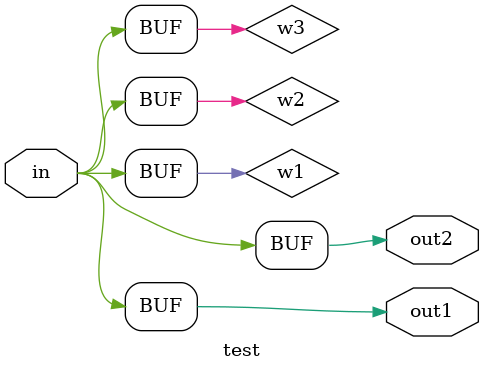
<source format=v>
module test(input in, output out1, out2);

//Y shaped buffers
wire w1, w2, w3;
assign w1 = in;
assign w2 = w1;
assign w3 = w1;
assign out1 = w2;
assign out2 = w3;
endmodule

</source>
